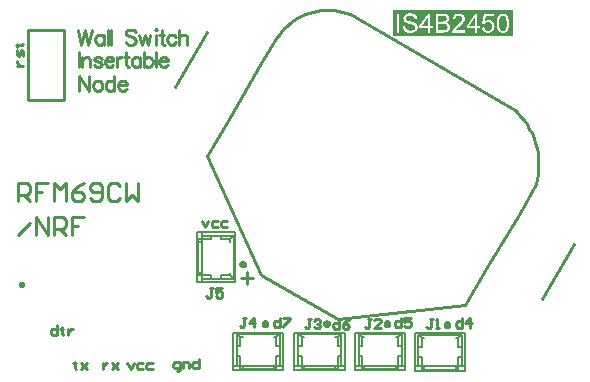
<source format=gto>
%FSTAX25Y25*%
%MOIN*%
%SFA1B1*%

%IPPOS*%
%ADD17C,0.010000*%
%ADD44C,0.011810*%
%ADD45C,0.007870*%
%LNswitch_trojan1-1*%
%LPD*%
G36*
X0278021Y0244084D02*
X0238189D01*
Y0252969*
X0278021*
Y0244084*
G37*
%LNswitch_trojan1-2*%
%LPC*%
G36*
X0254903Y0251678D02*
X0252425D01*
Y0245374*
X025483*
X0255048Y0245383*
X025524Y0245392*
X0255413Y024541*
X0255559Y0245429*
X0255677Y0245447*
X0255768Y0245456*
X0255823Y0245474*
X0255841*
X0255996Y024552*
X0256123Y0245565*
X0256242Y024562*
X0256342Y0245675*
X0256424Y0245711*
X0256488Y0245747*
X0256524Y0245775*
X0256533Y0245784*
X0256633Y0245866*
X0256725Y0245966*
X0256798Y0246066*
X025687Y0246158*
X0256925Y0246249*
X0256961Y0246312*
X0256989Y0246358*
X0256998Y0246376*
X0257062Y0246522*
X0257107Y0246668*
X0257144Y0246804*
X0257162Y0246932*
X025718Y0247041*
X0257189Y0247132*
Y0247187*
Y0247196*
Y0247205*
X025718Y0247406*
X0257144Y0247588*
X0257089Y0247743*
X0257034Y0247888*
X025698Y0247998*
X0256925Y024808*
X0256889Y0248134*
X0256879Y0248153*
X0256752Y0248298*
X0256615Y0248417*
X025646Y0248517*
X0256324Y0248599*
X0256196Y0248663*
X0256087Y0248699*
X025605Y0248717*
X0256023Y0248727*
X0256005Y0248736*
X0255996*
X0256151Y0248827*
X0256287Y0248918*
X0256397Y0249018*
X0256488Y0249109*
X0256561Y0249182*
X0256615Y0249255*
X0256643Y0249291*
X0256652Y0249309*
X0256725Y0249446*
X0256779Y0249574*
X0256825Y0249701*
X0256852Y024982*
X025687Y024992*
X0256879Y0250002*
Y0250047*
Y0250066*
X025687Y025022*
X0256843Y0250375*
X0256798Y0250512*
X0256752Y025064*
X0256706Y0250749*
X0256661Y0250822*
X0256633Y0250876*
X0256624Y0250895*
X0256524Y0251031*
X0256415Y0251159*
X0256296Y0251259*
X0256187Y0251341*
X0256096Y0251405*
X0256014Y025145*
X0255959Y0251478*
X025595Y0251487*
X0255941*
X0255768Y0251551*
X0255577Y0251596*
X0255385Y0251633*
X0255203Y0251651*
X0255039Y0251669*
X0254966*
X0254903Y0251678*
G37*
G36*
X0260195Y0251706D02*
X0260104D01*
X0259941Y0251696*
X0259786Y0251687*
X025964Y025166*
X0259503Y0251633*
X0259376Y0251596*
X0259257Y025156*
X0259148Y0251514*
X0259048Y0251469*
X0258957Y0251423*
X0258884Y0251378*
X025882Y0251341*
X0258765Y0251305*
X025872Y0251277*
X0258692Y025125*
X0258674Y0251241*
X0258665Y0251232*
X0258574Y0251141*
X0258492Y025104*
X025841Y0250931*
X0258346Y0250822*
X0258237Y0250603*
X0258164Y0250384*
X0258137Y0250284*
X0258109Y0250184*
X0258091Y0250102*
X0258073Y0250029*
X0258064Y0249966*
Y024992*
X0258055Y0249893*
Y0249884*
X0258847Y0249801*
X0258865Y0250011*
X0258902Y0250193*
X0258957Y0250357*
X025902Y0250485*
X0259075Y0250594*
X025913Y0250667*
X0259166Y0250712*
X0259184Y0250731*
X0259321Y025084*
X0259467Y0250922*
X0259622Y0250986*
X0259758Y0251022*
X0259886Y0251049*
X0259995Y0251059*
X0260032Y0251068*
X0260086*
X0260278Y0251059*
X0260451Y0251022*
X0260596Y0250968*
X0260724Y0250913*
X0260824Y0250849*
X0260888Y0250804*
X0260933Y0250767*
X0260952Y0250749*
X0261061Y0250621*
X0261143Y0250494*
X0261207Y0250366*
X0261243Y0250239*
X026127Y0250138*
X026128Y0250047*
X0261289Y0249993*
Y0249984*
Y0249975*
X026127Y0249811*
X0261234Y0249638*
X026117Y0249483*
X0261106Y0249337*
X0261034Y0249218*
X026097Y0249118*
X0260952Y0249082*
X0260933Y0249055*
X0260915Y0249045*
Y0249036*
X0260842Y0248936*
X0260751Y0248836*
X0260651Y0248727*
X0260542Y0248617*
X0260314Y0248398*
X0260086Y024818*
X0259968Y024808*
X0259868Y0247989*
X0259767Y0247907*
X0259685Y0247834*
X0259622Y0247779*
X0259567Y0247733*
X025953Y0247706*
X0259521Y0247697*
X0259294Y0247506*
X0259084Y0247324*
X0258911Y024716*
X0258774Y0247023*
X0258656Y0246904*
X0258574Y0246823*
X0258528Y0246768*
X025851Y0246759*
Y024675*
X0258383Y0246595*
X0258282Y0246449*
X0258191Y0246303*
X0258119Y0246176*
X0258064Y0246066*
X0258027Y0245984*
X0258009Y024593*
X0258Y0245921*
Y0245912*
X0257964Y0245811*
X0257945Y024572*
X0257927Y0245629*
X0257918Y0245547*
X0257909Y0245474*
Y024542*
Y0245383*
Y0245374*
X026209*
Y0246121*
X0258984*
X0259093Y0246276*
X0259148Y024634*
X0259193Y0246404*
X0259239Y0246458*
X0259275Y0246495*
X0259303Y0246522*
X0259312Y0246531*
X0259357Y0246576*
X0259412Y0246622*
X025954Y0246741*
X0259685Y0246877*
X025984Y0247014*
X0259986Y0247132*
X026005Y0247187*
X0260104Y0247242*
X026015Y0247278*
X0260186Y0247305*
X0260205Y0247324*
X0260214Y0247333*
X026036Y024746*
X0260505Y0247579*
X0260633Y0247697*
X0260751Y0247797*
X0260861Y0247898*
X0260952Y0247989*
X0261043Y0248071*
X0261116Y0248144*
X0261189Y0248216*
X0261243Y0248271*
X0261289Y0248317*
X0261334Y0248362*
X026138Y0248417*
X0261398Y0248435*
X0261526Y024859*
X0261635Y0248727*
X0261726Y0248863*
X0261799Y0248973*
X0261854Y0249073*
X026189Y0249146*
X0261908Y0249191*
X0261917Y0249209*
X0261972Y0249346*
X0262008Y0249483*
X0262045Y024961*
X0262063Y024972*
X0262072Y024982*
X0262081Y0249893*
Y0249938*
Y0249956*
X0262072Y0250093*
X0262054Y025022*
X0262036Y0250348*
X0261999Y0250457*
X0261908Y0250676*
X0261817Y0250849*
X0261762Y0250931*
X0261717Y0250995*
X0261671Y0251059*
X0261626Y0251104*
X0261589Y0251141*
X0261571Y0251177*
X0261553Y0251186*
X0261544Y0251195*
X0261444Y0251286*
X0261334Y0251368*
X0261216Y0251432*
X0261097Y0251487*
X0260861Y0251578*
X0260624Y0251642*
X0260524Y025166*
X0260423Y0251678*
X0260332Y0251687*
X0260259Y0251696*
X0260195Y0251706*
G37*
G36*
X0266172Y0251678D02*
X0265543D01*
X0262655Y0247597*
Y0246886*
X0265397*
Y0245374*
X0266172*
Y0246886*
X0267028*
Y0247597*
X0266172*
Y0251678*
G37*
G36*
X0274863Y0251706D02*
X0274781D01*
X0274535Y0251687*
X0274307Y0251651*
X0274116Y0251587*
X0273952Y0251523*
X0273815Y025145*
X027376Y0251423*
X0273715Y0251387*
X0273678Y0251368*
X0273651Y025135*
X0273642Y0251332*
X0273633*
X0273469Y0251186*
X0273332Y0251013*
X0273214Y025084*
X0273123Y0250676*
X027305Y0250521*
X0273013Y0250457*
X0272995Y0250394*
X0272977Y0250348*
X0272959Y0250312*
X027295Y0250293*
Y0250284*
X0272913Y0250148*
X0272877Y0250011*
X0272822Y024971*
X0272777Y024941*
X0272749Y0249127*
X027274Y0248991*
X0272731Y0248872*
Y0248763*
X0272722Y0248663*
Y024859*
Y0248526*
Y024849*
Y0248481*
X0272731Y0248162*
X0272749Y0247861*
X0272777Y0247588*
X0272822Y0247333*
X0272867Y0247096*
X0272922Y0246886*
X0272977Y0246695*
X0273031Y0246531*
X0273086Y0246385*
X027315Y0246258*
X0273196Y0246148*
X0273241Y0246066*
X0273287Y0245993*
X0273314Y0245948*
X0273332Y0245921*
X0273341Y0245912*
X0273442Y0245802*
X0273551Y0245702*
X0273669Y0245611*
X0273788Y0245538*
X0273906Y0245474*
X0274025Y024542*
X0274143Y0245383*
X0274252Y0245347*
X0274362Y0245319*
X0274462Y0245301*
X0274553Y0245283*
X0274626Y0245274*
X027469Y0245265*
X0274781*
X0275027Y0245283*
X0275254Y0245319*
X0275446Y0245383*
X027561Y0245447*
X0275746Y0245511*
X0275792Y0245547*
X0275837Y0245574*
X0275874Y0245593*
X0275901Y0245611*
X027591Y0245629*
X0275919*
X0276083Y0245784*
X027622Y0245948*
X0276339Y024613*
X027643Y0246294*
X0276502Y0246449*
X0276539Y0246513*
X0276557Y0246576*
X0276575Y0246622*
X0276593Y0246658*
X0276603Y0246677*
Y0246686*
X0276648Y0246823*
X0276685Y0246959*
X0276739Y0247251*
X0276785Y0247551*
X0276812Y0247843*
X0276821Y024797*
X027683Y0248089*
Y0248198*
X0276839Y0248298*
Y0248371*
Y0248435*
Y0248471*
Y0248481*
Y0248654*
X027683Y0248818*
Y0248963*
X0276821Y0249109*
X0276803Y0249237*
X0276794Y0249364*
X0276785Y0249474*
X0276767Y0249574*
X0276758Y0249665*
X0276739Y0249747*
X027673Y0249811*
X0276721Y0249865*
X0276712Y0249911*
X0276703Y0249938*
X0276694Y0249956*
Y0249966*
X0276639Y0250166*
X0276575Y0250348*
X0276502Y0250503*
X0276448Y025064*
X0276384Y0250758*
X0276348Y025084*
X0276311Y0250886*
X0276302Y0250904*
X0276202Y025104*
X0276102Y0251159*
X0275992Y0251259*
X0275892Y025135*
X0275801Y0251414*
X0275728Y025146*
X0275682Y0251487*
X0275673Y0251496*
X0275664*
X0275519Y0251569*
X0275364Y0251614*
X0275218Y0251651*
X0275081Y0251678*
X0274963Y0251696*
X0274863Y0251706*
G37*
G36*
X0240208Y0251678D02*
X023937D01*
Y0245374*
X0240208*
Y0251678*
G37*
G36*
X0250493D02*
X0249865D01*
X0246977Y0247597*
Y0246886*
X0249719*
Y0245374*
X0250493*
Y0246886*
X025135*
Y0247597*
X0250493*
Y0251678*
G37*
G36*
X0243971Y0251787D02*
X0243852D01*
X0243615Y0251778*
X0243406Y0251751*
X0243205Y0251715*
X0243032Y0251678*
X0242896Y0251642*
X0242832Y0251624*
X0242786Y0251605*
X024275Y0251587*
X0242723Y0251578*
X0242704Y0251569*
X0242695*
X0242513Y0251478*
X0242349Y0251378*
X0242212Y0251268*
X0242103Y0251168*
X0242021Y0251077*
X0241957Y0251004*
X0241912Y0250949*
X0241903Y025094*
Y0250931*
X0241812Y0250776*
X0241748Y0250621*
X0241702Y0250466*
X0241675Y025033*
X0241657Y0250211*
X0241638Y025012*
Y0250084*
Y0250057*
Y0250047*
Y0250038*
X0241648Y0249884*
X0241675Y0249738*
X0241711Y0249601*
X0241748Y0249483*
X0241784Y0249392*
X0241821Y0249319*
X0241848Y0249273*
X0241857Y0249255*
X0241948Y0249127*
X0242057Y0249009*
X0242167Y0248909*
X0242276Y0248827*
X0242367Y0248754*
X0242449Y0248708*
X0242504Y0248672*
X0242513Y0248663*
X0242522*
X0242595Y0248626*
X0242677Y024859*
X0242859Y0248526*
X0243069Y0248462*
X0243269Y0248398*
X0243451Y0248344*
X0243533Y0248326*
X0243606Y0248307*
X0243661Y0248289*
X0243706Y024828*
X0243734Y0248271*
X0243743*
X0243898Y0248235*
X0244043Y0248198*
X0244171Y0248162*
X024428Y0248134*
X024439Y0248107*
X0244481Y024808*
X0244563Y0248061*
X0244626Y0248034*
X024469Y0248016*
X0244736Y0248007*
X0244809Y0247979*
X0244854Y024797*
X0244863Y0247961*
X0245Y0247907*
X0245118Y0247843*
X0245219Y0247779*
X0245292Y0247724*
X0245355Y024767*
X0245392Y0247633*
X0245419Y0247606*
X0245428Y0247597*
X0245492Y0247515*
X0245538Y0247424*
X0245565Y0247333*
X0245592Y024726*
X0245601Y0247187*
X024561Y0247132*
Y0247087*
Y0247078*
X0245601Y0246968*
X0245583Y0246868*
X0245556Y0246777*
X0245519Y0246704*
X0245483Y0246631*
X0245456Y0246586*
X0245437Y0246549*
X0245428Y024654*
X0245355Y0246449*
X0245264Y0246376*
X0245173Y0246312*
X0245091Y0246249*
X0245009Y0246212*
X0244945Y0246176*
X02449Y0246158*
X0244882Y0246148*
X0244745Y0246103*
X0244599Y0246066*
X0244454Y0246048*
X0244326Y024603*
X0244217Y0246021*
X0244126Y0246012*
X0244043*
X0243843Y0246021*
X0243661Y0246039*
X0243497Y0246066*
X0243351Y0246103*
X0243233Y0246139*
X0243142Y0246167*
X0243114Y0246176*
X0243087Y0246185*
X0243078Y0246194*
X0243069*
X0242923Y0246267*
X0242786Y0246349*
X0242686Y0246431*
X0242595Y0246513*
X0242522Y0246576*
X0242477Y024664*
X0242449Y0246677*
X024244Y0246686*
X0242376Y0246804*
X0242313Y0246932*
X0242276Y0247069*
X024224Y0247187*
X0242212Y0247305*
X0242194Y0247387*
Y0247424*
X0242185Y0247451*
Y024746*
Y0247469*
X0241402Y0247396*
X024142Y0247169*
X0241456Y024695*
X0241511Y0246759*
X0241575Y0246586*
X0241638Y0246449*
X0241666Y0246394*
X0241684Y0246349*
X0241711Y0246312*
X0241721Y0246285*
X0241739Y0246267*
Y0246258*
X0241875Y0246085*
X0242021Y024593*
X0242176Y0245802*
X0242322Y0245693*
X0242449Y0245611*
X0242559Y0245556*
X0242595Y0245538*
X0242622Y024552*
X0242641Y0245511*
X024265*
X0242877Y0245429*
X0243114Y0245365*
X0243351Y0245328*
X0243579Y0245292*
X0243688Y0245283*
X0243779Y0245274*
X0243861*
X0243934Y0245265*
X024408*
X0244326Y0245274*
X0244554Y0245301*
X0244763Y0245347*
X0244936Y0245392*
X0245082Y0245429*
X0245146Y0245456*
X02452Y0245474*
X0245237Y0245493*
X0245264Y0245502*
X0245283Y0245511*
X0245292*
X0245483Y0245611*
X0245647Y024572*
X0245793Y0245839*
X0245911Y0245948*
X0246002Y0246039*
X0246066Y0246121*
X0246111Y0246176*
X0246121Y0246185*
Y0246194*
X0246221Y0246367*
X0246294Y0246531*
X0246339Y0246686*
X0246376Y0246832*
X0246394Y0246959*
X0246412Y0247059*
Y0247096*
Y0247123*
Y0247132*
Y0247141*
X0246403Y0247324*
X0246376Y0247497*
X024633Y0247652*
X0246285Y0247779*
X024623Y0247888*
X0246194Y024797*
X0246157Y0248016*
X0246148Y0248034*
X0246039Y0248171*
X0245911Y0248298*
X0245774Y0248408*
X0245638Y0248508*
X0245519Y0248581*
X0245419Y0248635*
X0245383Y0248654*
X0245355Y0248672*
X0245337Y0248681*
X0245328*
X0245255Y0248717*
X0245164Y0248745*
X0245064Y0248781*
X0244954Y0248818*
X0244727Y0248881*
X024449Y0248945*
X0244381Y0248973*
X024428Y0249*
X024418Y0249027*
X0244098Y0249045*
X0244034Y0249064*
X024398Y0249073*
X0243943Y0249082*
X0243934*
X0243752Y0249127*
X0243588Y0249164*
X0243442Y0249209*
X0243315Y0249246*
X0243196Y0249291*
X0243096Y0249328*
X0243005Y0249364*
X0242923Y0249392*
X0242859Y0249428*
X0242805Y0249455*
X0242768Y0249474*
X0242732Y0249501*
X0242686Y0249528*
X0242677Y0249537*
X0242595Y0249628*
X024254Y024972*
X0242495Y0249811*
X0242467Y0249902*
X0242449Y0249975*
X024244Y0250038*
Y0250075*
Y0250093*
X0242458Y0250239*
X0242495Y0250366*
X0242549Y0250476*
X0242613Y0250576*
X0242668Y0250649*
X0242723Y0250712*
X0242759Y0250749*
X0242777Y0250758*
X024285Y0250804*
X0242923Y0250849*
X0243096Y0250922*
X0243278Y0250968*
X024346Y0251004*
X0243624Y0251022*
X0243697Y0251031*
X0243752Y025104*
X024388*
X0244135Y0251031*
X0244362Y0250995*
X0244545Y025094*
X0244699Y0250886*
X0244818Y0250831*
X0244909Y0250776*
X0244954Y025074*
X0244973Y0250731*
X02451Y0250603*
X02452Y0250466*
X0245283Y0250321*
X0245337Y0250175*
X0245374Y0250038*
X0245401Y0249938*
X024541Y0249893*
X0245419Y0249865*
Y0249847*
Y0249838*
X0246221Y0249902*
X0246203Y0250102*
X0246157Y0250284*
X0246111Y0250457*
X0246048Y0250603*
X0245993Y0250722*
X0245948Y0250813*
X0245929Y025084*
X0245911Y0250867*
X0245902Y0250876*
Y0250886*
X0245783Y025104*
X0245656Y0251177*
X0245519Y0251295*
X0245383Y0251387*
X0245264Y0251469*
X0245173Y0251514*
X0245137Y0251532*
X0245109Y0251551*
X0245091Y025156*
X0245082*
X0244882Y0251633*
X0244663Y0251687*
X0244463Y0251733*
X0244271Y025176*
X0244098Y0251778*
X0244034*
X0243971Y0251787*
G37*
G36*
X0271702Y0251596D02*
X0268568D01*
X0267957Y0248353*
X0268686Y0248253*
X026875Y0248353*
X0268832Y0248435*
X0268905Y0248517*
X0268978Y0248581*
X0269051Y0248626*
X0269105Y0248672*
X0269142Y024869*
X0269151Y0248699*
X0269269Y0248754*
X0269388Y0248799*
X0269497Y0248827*
X0269606Y0248854*
X0269697Y0248863*
X026977Y0248872*
X0269943*
X0270053Y0248854*
X0270244Y0248809*
X0270408Y0248745*
X0270554Y0248681*
X0270663Y0248608*
X0270745Y0248544*
X0270791Y0248499*
X0270809Y024849*
Y0248481*
X0270936Y0248326*
X0271027Y0248162*
X0271091Y0247989*
X0271137Y0247815*
X0271164Y024767*
X0271173Y0247606*
Y0247551*
X0271182Y0247506*
Y0247469*
Y0247451*
Y0247442*
Y0247314*
X0271164Y0247196*
X0271118Y0246968*
X0271055Y0246777*
X0270991Y0246622*
X0270918Y0246495*
X0270854Y0246394*
X0270827Y0246367*
X0270809Y024634*
X02708Y0246331*
X0270791Y0246322*
X0270718Y0246249*
X0270645Y0246185*
X0270481Y0246076*
X0270326Y0246003*
X0270171Y0245957*
X0270043Y0245921*
X0269934Y0245912*
X0269898Y0245902*
X0269843*
X026967Y0245912*
X0269515Y0245948*
X0269378Y0245993*
X0269269Y0246048*
X0269169Y0246103*
X0269096Y0246148*
X026906Y0246185*
X0269041Y0246194*
X0268932Y0246322*
X0268841Y0246458*
X0268768Y0246613*
X0268713Y024675*
X0268677Y0246886*
X026865Y0246987*
X026864Y0247032*
X0268631Y0247059*
Y0247078*
Y0247087*
X0267821Y0247023*
X0267839Y0246877*
X0267866Y0246741*
X0267948Y0246485*
X0268048Y0246267*
X0268103Y0246167*
X0268158Y0246085*
X0268203Y0246003*
X0268258Y024593*
X0268303Y0245875*
X0268349Y024583*
X0268385Y0245793*
X0268404Y0245757*
X0268422Y0245747*
X0268431Y0245738*
X026854Y0245656*
X026865Y0245584*
X0268768Y024552*
X0268886Y0245465*
X0269114Y0245383*
X0269342Y0245328*
X0269442Y0245301*
X0269542Y0245292*
X0269624Y0245283*
X0269697Y0245274*
X0269761Y0245265*
X0269843*
X0270034Y0245274*
X0270216Y0245301*
X027039Y0245338*
X0270545Y0245383*
X027069Y0245447*
X0270827Y0245511*
X0270954Y0245574*
X0271064Y0245647*
X0271164Y024572*
X0271255Y0245784*
X0271328Y0245857*
X0271392Y0245912*
X0271437Y0245957*
X0271474Y0245993*
X0271492Y0246021*
X0271501Y024603*
X0271592Y0246148*
X0271665Y0246276*
X0271738Y0246394*
X0271793Y0246522*
X0271884Y0246768*
X0271938Y0247005*
X0271957Y0247105*
X0271975Y0247205*
X0271984Y0247287*
X0271993Y024736*
X0272002Y0247424*
Y0247469*
Y0247497*
Y0247506*
X0271993Y024767*
X0271975Y0247825*
X0271947Y0247979*
X0271911Y0248116*
X0271866Y0248244*
X027182Y0248371*
X0271765Y0248481*
X027172Y0248581*
X0271665Y0248672*
X027161Y0248754*
X0271565Y0248818*
X0271519Y0248881*
X0271483Y0248927*
X0271456Y0248954*
X0271437Y0248973*
X0271428Y0248982*
X0271319Y0249082*
X027121Y0249173*
X0271091Y0249246*
X0270973Y0249309*
X0270854Y0249373*
X0270736Y0249419*
X0270517Y0249483*
X0270417Y024951*
X0270326Y0249528*
X0270244Y0249537*
X0270171Y0249546*
X0270116Y0249555*
X0269916*
X0269807Y0249537*
X0269588Y0249492*
X0269388Y0249428*
X0269205Y0249355*
X026906Y0249282*
X0268996Y0249246*
X0268941Y0249218*
X0268896Y0249191*
X0268868Y0249173*
X026885Y0249164*
X0268841Y0249155*
X0269178Y0250858*
X0271702*
Y0251596*
G37*
%LNswitch_trojan1-3*%
%LPD*%
G36*
X0254957Y0250913D02*
X0255112Y0250904D01*
X0255249Y0250886*
X0255349Y0250867*
X0255413Y0250858*
X0255458Y025084*
X0255468*
X0255568Y0250804*
X0255659Y0250749*
X0255732Y0250694*
X0255795Y025064*
X0255841Y0250594*
X0255877Y0250549*
X0255896Y0250521*
X0255905Y0250512*
X0255959Y0250421*
X0255996Y025033*
X0256023Y0250239*
X0256041Y0250148*
X025605Y0250075*
X025606Y025002*
Y0249984*
Y0249966*
X025605Y0249847*
X0256032Y0249738*
X0256005Y0249647*
X0255978Y0249574*
X025595Y024951*
X0255923Y0249455*
X0255905Y0249428*
X0255896Y0249419*
X0255832Y0249346*
X025575Y0249273*
X0255668Y0249218*
X0255595Y0249182*
X0255522Y0249146*
X0255468Y0249118*
X0255431Y0249109*
X0255413Y02491*
X0255313Y0249082*
X0255185Y0249064*
X0255058Y0249055*
X025493Y0249045*
X0254812Y0249036*
X0253263*
Y0250931*
X0254757*
X0254957Y0250913*
G37*
G36*
X0255112Y0248271D02*
X0255267Y0248253D01*
X0255395Y0248235*
X0255495Y0248216*
X0255577Y0248198*
X0255613Y0248189*
X0255631Y024818*
X025575Y0248134*
X025585Y024808*
X0255941Y0248016*
X0256014Y0247952*
X0256069Y0247898*
X0256105Y0247852*
X0256133Y0247815*
X0256142Y0247806*
X0256205Y0247706*
X0256251Y0247606*
X0256287Y0247506*
X0256306Y0247415*
X0256324Y0247333*
X0256333Y024726*
Y0247223*
Y0247205*
X0256324Y0247096*
X0256315Y0246987*
X0256296Y0246895*
X0256269Y0246823*
X0256242Y0246759*
X0256224Y0246704*
X0256214Y0246677*
X0256205Y0246668*
X0256151Y0246586*
X0256105Y0246513*
X0256041Y0246458*
X0255996Y0246404*
X025595Y0246367*
X0255914Y024634*
X0255887Y0246322*
X0255877Y0246312*
X0255722Y0246239*
X0255568Y0246185*
X0255504Y0246167*
X0255449Y0246158*
X0255413Y0246148*
X0255404*
X0255331Y0246139*
X0255249Y024613*
X0255058Y0246121*
X0253263*
Y0248289*
X0254921*
X0255112Y0248271*
G37*
G36*
X0265397Y0247597D02*
X0263411D01*
X0265397Y0250421*
Y0247597*
G37*
G36*
X0274872Y0251059D02*
X0274972Y0251049D01*
X0275063Y0251022*
X0275145Y0250986*
X02753Y0250904*
X0275437Y0250813*
X0275537Y0250712*
X0275619Y025063*
X0275646Y0250594*
X0275664Y0250567*
X0275682Y0250558*
Y0250549*
X0275746Y0250439*
X0275801Y0250312*
X0275856Y0250166*
X0275892Y0250011*
X0275928Y0249847*
X0275956Y0249674*
X0276001Y0249328*
X027602Y0249155*
X0276029Y0249*
X0276038Y0248854*
Y0248736*
X0276047Y0248626*
Y0248544*
Y0248499*
Y024849*
Y0248481*
Y0248198*
X0276029Y0247943*
X027601Y0247715*
X0275992Y0247497*
X0275965Y0247314*
X0275928Y0247141*
X0275892Y0246996*
X0275865Y0246859*
X0275828Y024675*
X0275792Y0246658*
X0275764Y0246576*
X0275728Y0246513*
X027571Y0246467*
X0275692Y024644*
X0275673Y0246422*
Y0246413*
X0275601Y0246322*
X0275528Y0246249*
X0275455Y0246176*
X0275382Y0246121*
X0275227Y024603*
X027509Y0245966*
X0274963Y024593*
X0274872Y0245912*
X0274835Y0245902*
X0274781*
X027468Y0245912*
X0274589Y0245921*
X0274416Y0245984*
X0274261Y0246066*
X0274125Y0246158*
X0274025Y0246249*
X0273942Y0246331*
X0273897Y0246394*
X0273879Y0246404*
Y0246413*
X0273815Y0246522*
X027376Y0246649*
X0273706Y0246795*
X0273669Y024695*
X0273633Y0247114*
X0273605Y0247287*
X027356Y0247642*
X0273542Y0247806*
X0273533Y0247961*
X0273523Y0248107*
Y0248225*
X0273514Y0248335*
Y0248417*
Y0248462*
Y0248481*
X0273523Y0248763*
X0273533Y0249018*
X0273551Y0249255*
X0273578Y0249474*
X0273605Y0249665*
X0273642Y0249838*
X0273678Y0249993*
X0273715Y0250129*
X0273751Y0250248*
X0273779Y0250348*
X0273815Y025043*
X0273842Y0250503*
X027387Y0250549*
X0273888Y0250585*
X0273906Y0250603*
Y0250612*
X027397Y0250694*
X0274034Y0250767*
X0274107Y0250822*
X0274179Y0250876*
X0274325Y0250958*
X0274462Y0251013*
X027458Y025104*
X027468Y0251059*
X0274717Y0251068*
X0274771*
X0274872Y0251059*
G37*
G36*
X0249719Y0247597D02*
X0247733D01*
X0249719Y0250421*
Y0247597*
G37*
G54D17*
X0226298Y0250184D02*
D01*
X0225059Y0250841*
X0223778Y0251411*
X022246Y025189*
X0221112Y0252276*
X021974Y0252567*
X0218352Y0252761*
X0216953Y0252858*
X0215551Y0252858*
X0214152Y0252759*
X0212764Y0252563*
X0211392Y0252271*
X0210045Y0251884*
X0208727Y0251404*
X0207447Y0250833*
X0206209Y0250174*
X020502Y024943*
X0203886Y0248606*
X0202813Y0247704*
X0201804Y0246729*
X0200867Y0245687*
X0200004Y0244582*
X019922Y0243419*
X019887Y0242835*
X0285775Y0194934D02*
D01*
X0286169Y0196614*
X0286445Y0198318*
X0286602Y0200037*
X0286639Y0201763*
X0286555Y0203487*
X0286351Y0205201*
X0286028Y0206897*
X0285587Y0208566*
X0285031Y02102*
X0284363Y0211792*
X0283585Y0213333*
X0282701Y0214816*
X0281716Y0216234*
X0280635Y0217579*
X0279463Y0218846*
X027882Y0219471*
X0116535Y0222835D02*
X0128346D01*
Y0246063*
X0116535D02*
X0128346D01*
X0116535Y0222835D02*
Y0246063D01*
X0262214Y0154439D02*
X0269497Y0167054D01*
X0176293Y0204045D02*
X0183577Y021666D01*
X0226298Y0250184D02*
X027882Y0219471D01*
X0280468Y0185269D02*
X0285775Y0194934D01*
X0194206Y0235072D02*
X019887Y0242835D01*
X0183577Y021666D02*
X0194206Y0235072D01*
X0165506Y0227094D02*
X0176136Y0245505D01*
X019404Y0164704D02*
X0219952Y0149744D01*
X0287909Y0156424D02*
X0298539Y0174836D01*
X0269497Y0167054D02*
X0280468Y0185269D01*
X0219952Y0149744D02*
X0262214Y0154439D01*
X0176293Y0204045D02*
X019404Y0164704D01*
X0113287Y0189272D02*
Y019527D01*
X0116286*
X0117286Y019427*
Y0192271*
X0116286Y0191271*
X0113287*
X0115287D02*
X0117286Y0189272D01*
X0123284Y019527D02*
X0119286D01*
Y0192271*
X0121285*
X0119286*
Y0189272*
X0125284D02*
Y019527D01*
X0127283Y019327*
X0129282Y019527*
Y0189272*
X013528Y019527D02*
X0133281Y019427D01*
X0131282Y0192271*
Y0190271*
X0132281Y0189272*
X0134281*
X013528Y0190271*
Y0191271*
X0134281Y0192271*
X0131282*
X013728Y0190271D02*
X0138279Y0189272D01*
X0140279*
X0141278Y0190271*
Y019427*
X0140279Y019527*
X0138279*
X013728Y019427*
Y019327*
X0138279Y0192271*
X0141278*
X0147276Y019427D02*
X0146277Y019527D01*
X0144277*
X0143278Y019427*
Y0190271*
X0144277Y0189272*
X0146277*
X0147276Y0190271*
X0149276Y019527D02*
Y0189272D01*
X0151275Y0191271*
X0153275Y0189272*
Y019527*
X0178083Y0160137D02*
X0177034D01*
X0177559*
Y0157513*
X0177034Y0156988*
X0176509*
X0175984Y0157513*
X0181232Y0160137D02*
X0179133D01*
Y0158562*
X0180182Y0159087*
X0180707*
X0181232Y0158562*
Y0157513*
X0180707Y0156988*
X0179658*
X0179133Y0157513*
X0200524Y0150294D02*
Y0147146D01*
X019895*
X0198425Y014767*
Y014872*
X019895Y0149245*
X0200524*
X0201574Y0150294D02*
X0203673D01*
Y0149769*
X0201574Y014767*
Y0147146*
X0189107Y0150196D02*
X0188057D01*
X0188582*
Y0147572*
X0188057Y0147047*
X0187533*
X0187008Y0147572*
X0191731Y0147047D02*
Y0150196D01*
X0190156Y0148622*
X0192255*
X0220308Y0149704D02*
Y0146555D01*
X0218733*
X0218209Y014708*
Y0148129*
X0218733Y0148654*
X0220308*
X0223456Y0149704D02*
X0222407Y0149179D01*
X0221357Y0148129*
Y014708*
X0221882Y0146555*
X0222932*
X0223456Y014708*
Y0147605*
X0222932Y0148129*
X0221357*
X021076Y0149901D02*
X0209711D01*
X0210236*
Y0147277*
X0209711Y0146752*
X0209186*
X0208661Y0147277*
X021181Y0149376D02*
X0212335Y0149901D01*
X0213384*
X0213909Y0149376*
Y0148851*
X0213384Y0148326*
X021286*
X0213384*
X0213909Y0147801*
Y0147277*
X0213384Y0146752*
X0212335*
X021181Y0147277*
X0240879Y0150294D02*
Y0147146D01*
X0239304*
X0238779Y014767*
Y014872*
X0239304Y0149245*
X0240879*
X0244027Y0150294D02*
X0241928D01*
Y014872*
X0242978Y0149245*
X0243502*
X0244027Y014872*
Y014767*
X0243502Y0147146*
X0242453*
X0241928Y014767*
X0230839Y0149999D02*
X022979D01*
X0230314*
Y0147375*
X022979Y014685*
X0229265*
X022874Y0147375*
X0233988Y014685D02*
X0231889D01*
X0233988Y014895*
Y0149474*
X0233463Y0149999*
X0232414*
X0231889Y0149474*
X0261253Y0150097D02*
Y0146949D01*
X0259678*
X0259154Y0147474*
Y0148523*
X0259678Y0149048*
X0261253*
X0263876Y0146949D02*
Y0150097D01*
X0262302Y0148523*
X0264401*
X025141Y0149999D02*
X0250361D01*
X0250885*
Y0147375*
X0250361Y014685*
X0249836*
X0249311Y0147375*
X025246Y014685D02*
X0253509D01*
X0252984*
Y0149999*
X025246Y0149474*
X0114862Y0160728D02*
X0113863D01*
Y0161728*
X0114862*
Y0160728*
X0174508Y0182611D02*
X0175557Y0180512D01*
X0176607Y0182611*
X0179755D02*
X0178181D01*
X0177656Y0182086*
Y0181037*
X0178181Y0180512*
X0179755*
X0182904Y0182611D02*
X018133D01*
X0180805Y0182086*
Y0181037*
X018133Y0180512*
X0182904*
X0133071Y0246338D02*
X0134261Y0241339D01*
X0135451Y0246338D02*
X0134261Y0241339D01*
X0135451Y0246338D02*
X0136642Y0241339D01*
X0137832Y0246338D02*
X0136642Y0241339D01*
X0141688Y0244671D02*
Y0241339D01*
Y0243957D02*
X0141212Y0244433D01*
X0140736Y0244671*
X0140022*
X0139546Y0244433*
X013907Y0243957*
X0138831Y0243243*
Y0242767*
X013907Y0242053*
X0139546Y0241577*
X0140022Y0241339*
X0140736*
X0141212Y0241577*
X0141688Y0242053*
X0143021Y0246338D02*
Y0241339D01*
X0144069Y0246338D02*
Y0241339D01*
X0152376Y0245623D02*
X01519Y0246099D01*
X0151186Y0246338*
X0150234*
X014952Y0246099*
X0149044Y0245623*
Y0245147*
X0149282Y0244671*
X014952Y0244433*
X0149996Y0244195*
X0151424Y0243719*
X01519Y0243481*
X0152138Y0243243*
X0152376Y0242767*
Y0242053*
X01519Y0241577*
X0151186Y0241339*
X0150234*
X014952Y0241577*
X0149044Y0242053*
X0153495Y0244671D02*
X0154447Y0241339D01*
X0155399Y0244671D02*
X0154447Y0241339D01*
X0155399Y0244671D02*
X0156352Y0241339D01*
X0157304Y0244671D02*
X0156352Y0241339D01*
X0158946Y0246338D02*
X0159184Y0246099D01*
X0159422Y0246338*
X0159184Y0246576*
X0158946Y0246338*
X0159184Y0244671D02*
Y0241339D01*
X0161017Y0246338D02*
Y0242291D01*
X0161255Y0241577*
X0161731Y0241339*
X0162207*
X0160303Y0244671D02*
X0161969D01*
X0165778Y0243957D02*
X0165302Y0244433D01*
X0164826Y0244671*
X0164112*
X0163636Y0244433*
X016316Y0243957*
X0162922Y0243243*
Y0242767*
X016316Y0242053*
X0163636Y0241577*
X0164112Y0241339*
X0164826*
X0165302Y0241577*
X0165778Y0242053*
X0166849Y0246338D02*
Y0241339D01*
Y0243719D02*
X0167563Y0244433D01*
X016804Y0244671*
X0168754*
X016923Y0244433*
X0169468Y0243719*
Y0241339*
X016601Y0132415D02*
X0166535D01*
X016706Y013294*
Y0135564*
X0165485*
X0164961Y0135039*
Y0133989*
X0165485Y0133465*
X016706*
X0168109D02*
Y0135564D01*
X0169684*
X0170208Y0135039*
Y0133465*
X0173357Y0136613D02*
Y0133465D01*
X0171783*
X0171258Y0133989*
Y0135039*
X0171783Y0135564*
X0173357*
X0149606Y013517D02*
X0150656Y0133071D01*
X0151705Y013517*
X0154854D02*
X015328D01*
X0152755Y0134645*
Y0133596*
X015328Y0133071*
X0154854*
X0158002Y013517D02*
X0156428D01*
X0155903Y0134645*
Y0133596*
X0156428Y0133071*
X0158002*
X0141339Y013517D02*
Y0133071D01*
Y013412*
X0141863Y0134645*
X0142388Y013517*
X0142913*
X0144487D02*
X0146586Y0133071D01*
X0145537Y013412*
X0146586Y013517*
X0144487Y0133071*
X0132021Y0135695D02*
Y013517D01*
X0131496*
X0132546*
X0132021*
Y0133596*
X0132546Y0133071*
X013412Y013517D02*
X0136219Y0133071D01*
X0135169Y013412*
X0136219Y013517*
X013412Y0133071*
X0126213Y0147735D02*
Y0144587D01*
X0124639*
X0124114Y0145111*
Y0146161*
X0124639Y0146686*
X0126213*
X0127787Y014721D02*
Y0146686D01*
X0127263*
X0128312*
X0127787*
Y0145111*
X0128312Y0144587*
X0129887Y0146686D02*
Y0144587D01*
Y0145636*
X0130411Y0146161*
X0130936Y0146686*
X0131461*
X0133465Y0238857D02*
Y0233858D01*
X0134512Y0237191D02*
Y0233858D01*
Y0236239D02*
X0135226Y0236953D01*
X0135702Y0237191*
X0136416*
X0136892Y0236953*
X013713Y0236239*
Y0233858*
X0141058Y0236477D02*
X014082Y0236953D01*
X0140106Y0237191*
X0139392*
X0138678Y0236953*
X013844Y0236477*
X0138678Y0236001*
X0139154Y0235763*
X0140344Y0235525*
X014082Y0235286*
X0141058Y023481*
Y0234572*
X014082Y0234096*
X0140106Y0233858*
X0139392*
X0138678Y0234096*
X013844Y0234572*
X0142106Y0235763D02*
X0144962D01*
Y0236239*
X0144724Y0236715*
X0144486Y0236953*
X014401Y0237191*
X0143296*
X014282Y0236953*
X0142344Y0236477*
X0142106Y0235763*
Y0235286*
X0142344Y0234572*
X014282Y0234096*
X0143296Y0233858*
X014401*
X0144486Y0234096*
X0144962Y0234572*
X0146033Y0237191D02*
Y0233858D01*
Y0235763D02*
X0146271Y0236477D01*
X0146747Y0236953*
X0147223Y0237191*
X0147938*
X0149104Y0238857D02*
Y023481D01*
X0149342Y0234096*
X0149818Y0233858*
X0150294*
X014839Y0237191D02*
X0150056D01*
X0153865D02*
Y0233858D01*
Y0236477D02*
X0153389Y0236953D01*
X0152913Y0237191*
X0152199*
X0151723Y0236953*
X0151247Y0236477*
X0151008Y0235763*
Y0235286*
X0151247Y0234572*
X0151723Y0234096*
X0152199Y0233858*
X0152913*
X0153389Y0234096*
X0153865Y0234572*
X0155198Y0238857D02*
Y0233858D01*
Y0236477D02*
X0155674Y0236953D01*
X015615Y0237191*
X0156864*
X015734Y0236953*
X0157817Y0236477*
X0158054Y0235763*
Y0235286*
X0157817Y0234572*
X015734Y0234096*
X0156864Y0233858*
X015615*
X0155674Y0234096*
X0155198Y0234572*
X0159126Y0238857D02*
Y0233858D01*
X0160173Y0235763D02*
X016303D01*
Y0236239*
X0162792Y0236715*
X0162554Y0236953*
X0162077Y0237191*
X0161363*
X0160887Y0236953*
X0160411Y0236477*
X0160173Y0235763*
Y0235286*
X0160411Y0234572*
X0160887Y0234096*
X0161363Y0233858*
X0162077*
X0162554Y0234096*
X016303Y0234572*
X0133465Y0230983D02*
Y0225984D01*
Y0230983D02*
X0136797Y0225984D01*
Y0230983D02*
Y0225984D01*
X0139368Y0229317D02*
X0138892Y0229079D01*
X0138416Y0228603*
X0138178Y0227889*
Y0227413*
X0138416Y0226698*
X0138892Y0226222*
X0139368Y0225984*
X0140082*
X0140558Y0226222*
X0141034Y0226698*
X0141272Y0227413*
Y0227889*
X0141034Y0228603*
X0140558Y0229079*
X0140082Y0229317*
X0139368*
X0145224Y0230983D02*
Y0225984D01*
Y0228603D02*
X0144748Y0229079D01*
X0144272Y0229317*
X0143558*
X0143082Y0229079*
X0142605Y0228603*
X0142367Y0227889*
Y0227413*
X0142605Y0226698*
X0143082Y0226222*
X0143558Y0225984*
X0144272*
X0144748Y0226222*
X0145224Y0226698*
X0146557Y0227889D02*
X0149414D01*
Y0228365*
X0149176Y0228841*
X0148937Y0229079*
X0148461Y0229317*
X0147747*
X0147271Y0229079*
X0146795Y0228603*
X0146557Y0227889*
Y0227413*
X0146795Y0226698*
X0147271Y0226222*
X0147747Y0225984*
X0148461*
X0148937Y0226222*
X0149414Y0226698*
X0112862Y0234252D02*
X0114961D01*
X0113911*
X0113386Y0234777*
X0112862Y0235301*
Y0235826*
X0114961Y0237401D02*
Y0238975D01*
X0114436Y02395*
X0113911Y0238975*
Y0237925*
X0113386Y0237401*
X0112862Y0237925*
Y02395*
X0112337Y0241074D02*
X0112862D01*
Y0240549*
Y0241599*
Y0241074*
X0114436*
X0114961Y0241599*
X0189521Y0161417D02*
Y0165416D01*
X0187521Y0163417D02*
X019152D01*
X0113287Y0177756D02*
X0117286Y0181755D01*
X0119286Y0177756D02*
Y0183754D01*
X0123284Y0177756*
Y0183754*
X0125284Y0177756D02*
Y0183754D01*
X0128282*
X0129282Y0182754*
Y0180755*
X0128282Y0179755*
X0125284*
X0127283D02*
X0129282Y0177756D01*
X013528Y0183754D02*
X0131282D01*
Y0180755*
X0133281*
X0131282*
Y0177756*
G54D44*
X0188779Y0168012D02*
D01*
X0188777Y0168053*
X0188773Y0168094*
X0188766Y0168134*
X0188756Y0168174*
X0188743Y0168214*
X0188727Y0168252*
X0188709Y0168289*
X0188689Y0168325*
X0188666Y0168359*
X018864Y0168391*
X0188613Y0168422*
X0188583Y0168451*
X0188551Y0168477*
X0188518Y0168501*
X0188483Y0168523*
X0188447Y0168543*
X0188409Y0168559*
X018837Y0168574*
X018833Y0168585*
X018829Y0168594*
X0188249Y0168599*
X0188208Y0168602*
X0188167*
X0188126Y0168599*
X0188085Y0168594*
X0188045Y0168585*
X0188005Y0168574*
X0187966Y0168559*
X0187928Y0168543*
X0187892Y0168523*
X0187857Y0168501*
X0187824Y0168477*
X0187792Y0168451*
X0187762Y0168422*
X0187735Y0168391*
X0187709Y0168359*
X0187686Y0168325*
X0187666Y0168289*
X0187648Y0168252*
X0187632Y0168214*
X0187619Y0168174*
X0187609Y0168134*
X0187602Y0168094*
X0187598Y0168053*
X0187597Y0168012*
X0187598Y016797*
X0187602Y0167929*
X0187609Y0167889*
X0187619Y0167849*
X0187632Y0167809*
X0187648Y0167771*
X0187666Y0167734*
X0187686Y0167698*
X0187709Y0167664*
X0187735Y0167632*
X0187762Y0167601*
X0187792Y0167572*
X0187824Y0167546*
X0187857Y0167522*
X0187892Y01675*
X0187928Y016748*
X0187966Y0167464*
X0188005Y0167449*
X0188045Y0167438*
X0188085Y0167429*
X0188126Y0167424*
X0188167Y0167421*
X0188208*
X0188249Y0167424*
X018829Y0167429*
X018833Y0167438*
X018837Y0167449*
X0188409Y0167464*
X0188447Y016748*
X0188483Y01675*
X0188518Y0167522*
X0188551Y0167546*
X0188583Y0167572*
X0188613Y0167601*
X018864Y0167632*
X0188666Y0167664*
X0188689Y0167698*
X0188709Y0167734*
X0188727Y0167771*
X0188743Y0167809*
X0188756Y0167849*
X0188766Y0167889*
X0188773Y0167929*
X0188777Y016797*
X0188779Y0168012*
X025689Y0147835D02*
D01*
X0256888Y0147876*
X0256884Y0147917*
X0256877Y0147957*
X0256867Y0147997*
X0256854Y0148037*
X0256838Y0148075*
X025682Y0148112*
X02568Y0148148*
X0256777Y0148182*
X0256751Y0148214*
X0256724Y0148245*
X0256694Y0148274*
X0256662Y01483*
X0256629Y0148324*
X0256594Y0148346*
X0256558Y0148366*
X025652Y0148382*
X0256481Y0148397*
X0256441Y0148408*
X0256401Y0148417*
X025636Y0148422*
X0256319Y0148425*
X0256278*
X0256237Y0148422*
X0256196Y0148417*
X0256156Y0148408*
X0256116Y0148397*
X0256077Y0148382*
X0256039Y0148366*
X0256003Y0148346*
X0255968Y0148324*
X0255935Y01483*
X0255903Y0148274*
X0255873Y0148245*
X0255846Y0148214*
X025582Y0148182*
X0255797Y0148148*
X0255777Y0148112*
X0255759Y0148075*
X0255743Y0148037*
X025573Y0147997*
X025572Y0147957*
X0255713Y0147917*
X0255709Y0147876*
X0255708Y0147835*
X0255709Y0147793*
X0255713Y0147752*
X025572Y0147712*
X025573Y0147672*
X0255743Y0147632*
X0255759Y0147594*
X0255777Y0147557*
X0255797Y0147521*
X025582Y0147487*
X0255846Y0147455*
X0255873Y0147424*
X0255903Y0147395*
X0255935Y0147369*
X0255968Y0147345*
X0256003Y0147323*
X0256039Y0147303*
X0256077Y0147287*
X0256116Y0147272*
X0256156Y0147261*
X0256196Y0147252*
X0256237Y0147247*
X0256278Y0147244*
X0256319*
X025636Y0147247*
X0256401Y0147252*
X0256441Y0147261*
X0256481Y0147272*
X025652Y0147287*
X0256558Y0147303*
X0256594Y0147323*
X0256629Y0147345*
X0256662Y0147369*
X0256694Y0147395*
X0256724Y0147424*
X0256751Y0147455*
X0256777Y0147487*
X02568Y0147521*
X025682Y0147557*
X0256838Y0147594*
X0256854Y0147632*
X0256867Y0147672*
X0256877Y0147712*
X0256884Y0147752*
X0256888Y0147793*
X025689Y0147835*
X0236909Y014813D02*
D01*
X0236907Y0148171*
X0236903Y0148212*
X0236896Y0148252*
X0236886Y0148292*
X0236873Y0148332*
X0236857Y014837*
X0236839Y0148407*
X0236819Y0148443*
X0236796Y0148477*
X023677Y0148509*
X0236743Y014854*
X0236713Y0148569*
X0236681Y0148595*
X0236648Y0148619*
X0236613Y0148641*
X0236577Y0148661*
X0236539Y0148677*
X02365Y0148692*
X023646Y0148703*
X023642Y0148712*
X0236379Y0148717*
X0236338Y014872*
X0236297*
X0236256Y0148717*
X0236215Y0148712*
X0236175Y0148703*
X0236135Y0148692*
X0236096Y0148677*
X0236058Y0148661*
X0236022Y0148641*
X0235987Y0148619*
X0235954Y0148595*
X0235922Y0148569*
X0235892Y014854*
X0235865Y0148509*
X0235839Y0148477*
X0235816Y0148443*
X0235796Y0148407*
X0235778Y014837*
X0235762Y0148332*
X0235749Y0148292*
X0235739Y0148252*
X0235732Y0148212*
X0235728Y0148171*
X0235727Y014813*
X0235728Y0148088*
X0235732Y0148047*
X0235739Y0148007*
X0235749Y0147967*
X0235762Y0147927*
X0235778Y0147889*
X0235796Y0147852*
X0235816Y0147816*
X0235839Y0147782*
X0235865Y014775*
X0235892Y0147719*
X0235922Y014769*
X0235954Y0147664*
X0235987Y014764*
X0236022Y0147618*
X0236058Y0147598*
X0236096Y0147582*
X0236135Y0147567*
X0236175Y0147556*
X0236215Y0147547*
X0236256Y0147542*
X0236297Y0147539*
X0236338*
X0236379Y0147542*
X023642Y0147547*
X023646Y0147556*
X02365Y0147567*
X0236539Y0147582*
X0236577Y0147598*
X0236613Y0147618*
X0236648Y014764*
X0236681Y0147664*
X0236713Y014769*
X0236743Y0147719*
X023677Y014775*
X0236796Y0147782*
X0236819Y0147816*
X0236839Y0147852*
X0236857Y0147889*
X0236873Y0147927*
X0236886Y0147967*
X0236896Y0148007*
X0236903Y0148047*
X0236907Y0148088*
X0236909Y014813*
X0216732D02*
D01*
X021673Y0148171*
X0216726Y0148212*
X0216719Y0148252*
X0216709Y0148292*
X0216696Y0148332*
X021668Y014837*
X0216662Y0148407*
X0216642Y0148443*
X0216619Y0148477*
X0216593Y0148509*
X0216566Y014854*
X0216536Y0148569*
X0216504Y0148595*
X0216471Y0148619*
X0216436Y0148641*
X02164Y0148661*
X0216362Y0148677*
X0216323Y0148692*
X0216283Y0148703*
X0216243Y0148712*
X0216202Y0148717*
X0216161Y014872*
X021612*
X0216079Y0148717*
X0216038Y0148712*
X0215998Y0148703*
X0215958Y0148692*
X0215919Y0148677*
X0215881Y0148661*
X0215845Y0148641*
X021581Y0148619*
X0215777Y0148595*
X0215745Y0148569*
X0215715Y014854*
X0215688Y0148509*
X0215662Y0148477*
X0215639Y0148443*
X0215619Y0148407*
X0215601Y014837*
X0215585Y0148332*
X0215572Y0148292*
X0215562Y0148252*
X0215555Y0148212*
X0215551Y0148171*
X021555Y014813*
X0215551Y0148088*
X0215555Y0148047*
X0215562Y0148007*
X0215572Y0147967*
X0215585Y0147927*
X0215601Y0147889*
X0215619Y0147852*
X0215639Y0147816*
X0215662Y0147782*
X0215688Y014775*
X0215715Y0147719*
X0215745Y014769*
X0215777Y0147664*
X021581Y014764*
X0215845Y0147618*
X0215881Y0147598*
X0215919Y0147582*
X0215958Y0147567*
X0215998Y0147556*
X0216038Y0147547*
X0216079Y0147542*
X021612Y0147539*
X0216161*
X0216202Y0147542*
X0216243Y0147547*
X0216283Y0147556*
X0216323Y0147567*
X0216362Y0147582*
X02164Y0147598*
X0216436Y0147618*
X0216471Y014764*
X0216504Y0147664*
X0216536Y014769*
X0216566Y0147719*
X0216593Y014775*
X0216619Y0147782*
X0216642Y0147816*
X0216662Y0147852*
X021668Y0147889*
X0216696Y0147927*
X0216709Y0147967*
X0216719Y0148007*
X0216726Y0148047*
X021673Y0148088*
X0216732Y014813*
X019626D02*
D01*
X0196258Y0148171*
X0196254Y0148212*
X0196247Y0148252*
X0196237Y0148292*
X0196224Y0148332*
X0196208Y014837*
X019619Y0148407*
X019617Y0148443*
X0196147Y0148477*
X0196121Y0148509*
X0196094Y014854*
X0196064Y0148569*
X0196032Y0148595*
X0195999Y0148619*
X0195964Y0148641*
X0195928Y0148661*
X019589Y0148677*
X0195851Y0148692*
X0195811Y0148703*
X0195771Y0148712*
X019573Y0148717*
X0195689Y014872*
X0195648*
X0195607Y0148717*
X0195566Y0148712*
X0195526Y0148703*
X0195486Y0148692*
X0195447Y0148677*
X0195409Y0148661*
X0195373Y0148641*
X0195338Y0148619*
X0195305Y0148595*
X0195273Y0148569*
X0195243Y014854*
X0195216Y0148509*
X019519Y0148477*
X0195167Y0148443*
X0195147Y0148407*
X0195129Y014837*
X0195113Y0148332*
X01951Y0148292*
X019509Y0148252*
X0195083Y0148212*
X0195079Y0148171*
X0195078Y014813*
X0195079Y0148088*
X0195083Y0148047*
X019509Y0148007*
X01951Y0147967*
X0195113Y0147927*
X0195129Y0147889*
X0195147Y0147852*
X0195167Y0147816*
X019519Y0147782*
X0195216Y014775*
X0195243Y0147719*
X0195273Y014769*
X0195305Y0147664*
X0195338Y014764*
X0195373Y0147618*
X0195409Y0147598*
X0195447Y0147582*
X0195486Y0147567*
X0195526Y0147556*
X0195566Y0147547*
X0195607Y0147542*
X0195648Y0147539*
X0195689*
X019573Y0147542*
X0195771Y0147547*
X0195811Y0147556*
X0195851Y0147567*
X019589Y0147582*
X0195928Y0147598*
X0195964Y0147618*
X0195999Y014764*
X0196032Y0147664*
X0196064Y014769*
X0196094Y0147719*
X0196121Y014775*
X0196147Y0147782*
X019617Y0147816*
X019619Y0147852*
X0196208Y0147889*
X0196224Y0147927*
X0196237Y0147967*
X0196247Y0148007*
X0196254Y0148047*
X0196258Y0148088*
X019626Y014813*
G54D45*
X0183858Y0175689D02*
Y0176476D01*
Y0164468D02*
Y0165256D01*
X0172835Y0178839D02*
X0185433D01*
X0172835Y0162106D02*
Y0178839D01*
Y0162106D02*
X0185433D01*
Y0178839*
X0180807Y0163287D02*
Y0164468D01*
X0183858*
X0185039Y0163287*
Y0177657*
X0183858Y0176476D02*
X0185039Y0177657D01*
X0180807Y0176476D02*
X0183858D01*
X0180807D02*
Y0177657D01*
X0174409D02*
X0185039D01*
X0174409Y0162106D02*
Y0178839D01*
Y0163287D02*
X0185039D01*
X0177461D02*
Y0164468D01*
X0173228D02*
X0177461D01*
X0173228Y0176476D02*
X0177461D01*
Y0177657*
X0172835Y0175689D02*
X0174409D01*
X0172835Y0165256D02*
X0174409D01*
X0173228Y0164468D02*
Y0176476D01*
X0247835Y0143504D02*
X0248622D01*
X0259055D02*
X0259842D01*
X0245472Y013248D02*
Y0145079D01*
Y013248D02*
X0262205D01*
Y0145079*
X0245472D02*
X0262205D01*
X0259842Y0140453D02*
X0261024D01*
X0259842D02*
Y0143504D01*
X0261024Y0144685*
X0246654D02*
X0261024D01*
X0246654D02*
X0247835Y0143504D01*
Y0140453D02*
Y0143504D01*
X0246654Y0140453D02*
X0247835D01*
X0246654Y0134055D02*
Y0144685D01*
X0245472Y0134055D02*
X0262205D01*
X0261024D02*
Y0144685D01*
X0259842Y0137106D02*
X0261024D01*
X0259842Y0132874D02*
Y0137106D01*
X0247835Y0132874D02*
Y0137106D01*
X0246654D02*
X0247835D01*
X0248622Y013248D02*
Y0134055D01*
X0259055Y013248D02*
Y0134055D01*
X0247835Y0132874D02*
X0259842D01*
X0227854Y0143799D02*
X0228642D01*
X0239075D02*
X0239862D01*
X0225492Y0132776D02*
Y0145374D01*
Y0132776D02*
X0242224D01*
Y0145374*
X0225492D02*
X0242224D01*
X0239862Y0140748D02*
X0241043D01*
X0239862D02*
Y0143799D01*
X0241043Y014498*
X0226673D02*
X0241043D01*
X0226673D02*
X0227854Y0143799D01*
Y0140748D02*
Y0143799D01*
X0226673Y0140748D02*
X0227854D01*
X0226673Y013435D02*
Y014498D01*
X0225492Y013435D02*
X0242224D01*
X0241043D02*
Y014498D01*
X0239862Y0137402D02*
X0241043D01*
X0239862Y0133169D02*
Y0137402D01*
X0227854Y0133169D02*
Y0137402D01*
X0226673D02*
X0227854D01*
X0228642Y0132776D02*
Y013435D01*
X0239075Y0132776D02*
Y013435D01*
X0227854Y0133169D02*
X0239862D01*
X0207677Y0143799D02*
X0208465D01*
X0218898D02*
X0219685D01*
X0205315Y0132776D02*
Y0145374D01*
Y0132776D02*
X0222047D01*
Y0145374*
X0205315D02*
X0222047D01*
X0219685Y0140748D02*
X0220866D01*
X0219685D02*
Y0143799D01*
X0220866Y014498*
X0206496D02*
X0220866D01*
X0206496D02*
X0207677Y0143799D01*
Y0140748D02*
Y0143799D01*
X0206496Y0140748D02*
X0207677D01*
X0206496Y013435D02*
Y014498D01*
X0205315Y013435D02*
X0222047D01*
X0220866D02*
Y014498D01*
X0219685Y0137402D02*
X0220866D01*
X0219685Y0133169D02*
Y0137402D01*
X0207677Y0133169D02*
Y0137402D01*
X0206496D02*
X0207677D01*
X0208465Y0132776D02*
Y013435D01*
X0218898Y0132776D02*
Y013435D01*
X0207677Y0133169D02*
X0219685D01*
X0187205Y0143799D02*
X0187992D01*
X0198425D02*
X0199213D01*
X0184843Y0132776D02*
Y0145374D01*
Y0132776D02*
X0201575D01*
Y0145374*
X0184843D02*
X0201575D01*
X0199213Y0140748D02*
X0200394D01*
X0199213D02*
Y0143799D01*
X0200394Y014498*
X0186024D02*
X0200394D01*
X0186024D02*
X0187205Y0143799D01*
Y0140748D02*
Y0143799D01*
X0186024Y0140748D02*
X0187205D01*
X0186024Y013435D02*
Y014498D01*
X0184843Y013435D02*
X0201575D01*
X0200394D02*
Y014498D01*
X0199213Y0137402D02*
X0200394D01*
X0199213Y0133169D02*
Y0137402D01*
X0187205Y0133169D02*
Y0137402D01*
X0186024D02*
X0187205D01*
X0187992Y0132776D02*
Y013435D01*
X0198425Y0132776D02*
Y013435D01*
X0187205Y0133169D02*
X0199213D01*
M02*
</source>
